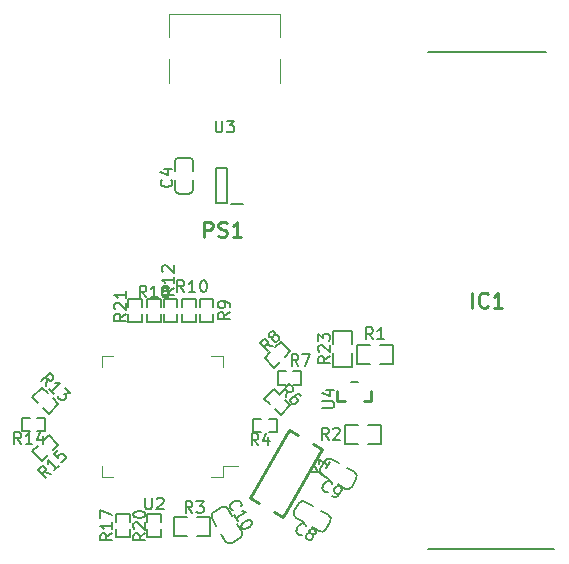
<source format=gbr>
%TF.GenerationSoftware,KiCad,Pcbnew,(5.1.8)-1*%
%TF.CreationDate,2021-05-09T22:55:32+08:00*%
%TF.ProjectId,ccd_with_stm32,6363645f-7769-4746-985f-73746d33322e,rev?*%
%TF.SameCoordinates,Original*%
%TF.FileFunction,Legend,Top*%
%TF.FilePolarity,Positive*%
%FSLAX46Y46*%
G04 Gerber Fmt 4.6, Leading zero omitted, Abs format (unit mm)*
G04 Created by KiCad (PCBNEW (5.1.8)-1) date 2021-05-09 22:55:32*
%MOMM*%
%LPD*%
G01*
G04 APERTURE LIST*
%ADD10C,0.254000*%
%ADD11C,0.200000*%
%ADD12C,0.120000*%
%ADD13C,0.150000*%
G04 APERTURE END LIST*
D10*
%TO.C,U4*%
X151350000Y-109200000D02*
X150690000Y-109200000D01*
X151350000Y-109200000D02*
X150690000Y-109200000D01*
X151350000Y-109200000D02*
X150690000Y-109200000D01*
X150690000Y-109200000D02*
X150690000Y-108385000D01*
X153610000Y-109200000D02*
X153610000Y-108385000D01*
X153610000Y-109200000D02*
X152950000Y-109200000D01*
D11*
X152450000Y-107650000D02*
X151850000Y-107650000D01*
D10*
%TO.C,Y1*%
X146651859Y-111695466D02*
X143326859Y-117454534D01*
X143326859Y-117454534D02*
X144106282Y-117904534D01*
X146651859Y-111695466D02*
X147431282Y-112145466D01*
X145318718Y-118604534D02*
X146098141Y-119054534D01*
X148643718Y-112845466D02*
X149423141Y-113295466D01*
X149423141Y-113295466D02*
X146098141Y-119054534D01*
D12*
%TO.C,U3*%
X145880000Y-78390000D02*
X145880000Y-76490000D01*
X145880000Y-82290000D02*
X145880000Y-80290000D01*
X136480000Y-78390000D02*
X136480000Y-76490000D01*
X136480000Y-82290000D02*
X136480000Y-80290000D01*
X145880000Y-76490000D02*
X136480000Y-76490000D01*
%TO.C,U2*%
X131740000Y-105440000D02*
X130790000Y-105440000D01*
X130790000Y-105440000D02*
X130790000Y-106390000D01*
X140060000Y-105440000D02*
X141010000Y-105440000D01*
X141010000Y-105440000D02*
X141010000Y-106390000D01*
X131740000Y-115660000D02*
X130790000Y-115660000D01*
X130790000Y-115660000D02*
X130790000Y-114710000D01*
X140060000Y-115660000D02*
X141010000Y-115660000D01*
X141010000Y-115660000D02*
X141010000Y-114710000D01*
X141010000Y-114710000D02*
X142350000Y-114710000D01*
D11*
%TO.C,R23*%
X150360000Y-105200000D02*
X150360000Y-106335000D01*
X150360000Y-103265000D02*
X150360000Y-104400000D01*
X151940000Y-105200000D02*
X151940000Y-106335000D01*
X150360000Y-103265000D02*
X151940000Y-103265000D01*
X150360000Y-106335000D02*
X151940000Y-106335000D01*
X151940000Y-103265000D02*
X151940000Y-104400000D01*
%TO.C,R21*%
X134175000Y-102575000D02*
X133025000Y-102575000D01*
X134175000Y-100625000D02*
X133025000Y-100625000D01*
X133025000Y-102575000D02*
X133025000Y-101900000D01*
X133025000Y-101300000D02*
X133025000Y-100625000D01*
X134175000Y-102575000D02*
X134175000Y-101900000D01*
X134175000Y-101300000D02*
X134175000Y-100625000D01*
%TO.C,R20*%
X134625000Y-118825000D02*
X135775000Y-118825000D01*
X134625000Y-120775000D02*
X135775000Y-120775000D01*
X135775000Y-118825000D02*
X135775000Y-119500000D01*
X135775000Y-120100000D02*
X135775000Y-120775000D01*
X134625000Y-118825000D02*
X134625000Y-119500000D01*
X134625000Y-120100000D02*
X134625000Y-120775000D01*
%TO.C,R18*%
X135775000Y-102575000D02*
X134625000Y-102575000D01*
X135775000Y-100625000D02*
X134625000Y-100625000D01*
X134625000Y-102575000D02*
X134625000Y-101900000D01*
X134625000Y-101300000D02*
X134625000Y-100625000D01*
X135775000Y-102575000D02*
X135775000Y-101900000D01*
X135775000Y-101300000D02*
X135775000Y-100625000D01*
%TO.C,R17*%
X132025000Y-118825000D02*
X133175000Y-118825000D01*
X132025000Y-120775000D02*
X133175000Y-120775000D01*
X133175000Y-118825000D02*
X133175000Y-119500000D01*
X133175000Y-120100000D02*
X133175000Y-120775000D01*
X132025000Y-118825000D02*
X132025000Y-119500000D01*
X132025000Y-120100000D02*
X132025000Y-120775000D01*
%TO.C,R15*%
X126282843Y-112103984D02*
X127096016Y-112917157D01*
X124903984Y-113482843D02*
X125717157Y-114296016D01*
X127096016Y-112917157D02*
X126618718Y-113394454D01*
X126194454Y-113818718D02*
X125717157Y-114296016D01*
X126282843Y-112103984D02*
X125805546Y-112581282D01*
X125381282Y-113005546D02*
X124903984Y-113482843D01*
%TO.C,R14*%
X125975000Y-110625000D02*
X125975000Y-111775000D01*
X124025000Y-110625000D02*
X124025000Y-111775000D01*
X125975000Y-111775000D02*
X125300000Y-111775000D01*
X124700000Y-111775000D02*
X124025000Y-111775000D01*
X125975000Y-110625000D02*
X125300000Y-110625000D01*
X124700000Y-110625000D02*
X124025000Y-110625000D01*
%TO.C,R13*%
X127096016Y-109482843D02*
X126282843Y-110296016D01*
X125717157Y-108103984D02*
X124903984Y-108917157D01*
X126282843Y-110296016D02*
X125805546Y-109818718D01*
X125381282Y-109394454D02*
X124903984Y-108917157D01*
X127096016Y-109482843D02*
X126618718Y-109005546D01*
X126194454Y-108581282D02*
X125717157Y-108103984D01*
%TO.C,R12*%
X137175000Y-102575000D02*
X136025000Y-102575000D01*
X137175000Y-100625000D02*
X136025000Y-100625000D01*
X136025000Y-102575000D02*
X136025000Y-101900000D01*
X136025000Y-101300000D02*
X136025000Y-100625000D01*
X137175000Y-102575000D02*
X137175000Y-101900000D01*
X137175000Y-101300000D02*
X137175000Y-100625000D01*
%TO.C,R10*%
X138725000Y-102525000D02*
X137575000Y-102525000D01*
X138725000Y-100575000D02*
X137575000Y-100575000D01*
X137575000Y-102525000D02*
X137575000Y-101850000D01*
X137575000Y-101250000D02*
X137575000Y-100575000D01*
X138725000Y-102525000D02*
X138725000Y-101850000D01*
X138725000Y-101250000D02*
X138725000Y-100575000D01*
%TO.C,R9*%
X140225000Y-102525000D02*
X139075000Y-102525000D01*
X140225000Y-100575000D02*
X139075000Y-100575000D01*
X139075000Y-102525000D02*
X139075000Y-101850000D01*
X139075000Y-101250000D02*
X139075000Y-100575000D01*
X140225000Y-102525000D02*
X140225000Y-101850000D01*
X140225000Y-101250000D02*
X140225000Y-100575000D01*
%TO.C,R8*%
X145386328Y-106400785D02*
X144559088Y-105601928D01*
X146740912Y-104998072D02*
X145913672Y-104199215D01*
X144559088Y-105601928D02*
X145027982Y-105116373D01*
X145444777Y-104684769D02*
X145913672Y-104199215D01*
X145386328Y-106400785D02*
X145855223Y-105915231D01*
X146272018Y-105483627D02*
X146740912Y-104998072D01*
%TO.C,R7*%
X145675000Y-107875000D02*
X145675000Y-106725000D01*
X147625000Y-107875000D02*
X147625000Y-106725000D01*
X145675000Y-106725000D02*
X146350000Y-106725000D01*
X146950000Y-106725000D02*
X147625000Y-106725000D01*
X145675000Y-107875000D02*
X146350000Y-107875000D01*
X146950000Y-107875000D02*
X147625000Y-107875000D01*
%TO.C,R6*%
X144553984Y-109017157D02*
X145367157Y-108203984D01*
X145932843Y-110396016D02*
X146746016Y-109582843D01*
X145367157Y-108203984D02*
X145844454Y-108681282D01*
X146268718Y-109105546D02*
X146746016Y-109582843D01*
X144553984Y-109017157D02*
X145031282Y-109494454D01*
X145455546Y-109918718D02*
X145932843Y-110396016D01*
%TO.C,R4*%
X145575000Y-110725000D02*
X145575000Y-111875000D01*
X143625000Y-110725000D02*
X143625000Y-111875000D01*
X145575000Y-111875000D02*
X144900000Y-111875000D01*
X144300000Y-111875000D02*
X143625000Y-111875000D01*
X145575000Y-110725000D02*
X144900000Y-110725000D01*
X144300000Y-110725000D02*
X143625000Y-110725000D01*
%TO.C,R3*%
X138020000Y-119070000D02*
X136885000Y-119070000D01*
X139955000Y-119070000D02*
X138820000Y-119070000D01*
X138020000Y-120650000D02*
X136885000Y-120650000D01*
X139955000Y-119070000D02*
X139955000Y-120650000D01*
X136885000Y-119070000D02*
X136885000Y-120650000D01*
X139955000Y-120650000D02*
X138820000Y-120650000D01*
%TO.C,R2*%
X153300000Y-112840000D02*
X154435000Y-112840000D01*
X151365000Y-112840000D02*
X152500000Y-112840000D01*
X153300000Y-111260000D02*
X154435000Y-111260000D01*
X151365000Y-112840000D02*
X151365000Y-111260000D01*
X154435000Y-112840000D02*
X154435000Y-111260000D01*
X151365000Y-111260000D02*
X152500000Y-111260000D01*
%TO.C,R1*%
X153500000Y-104510000D02*
X152365000Y-104510000D01*
X155435000Y-104510000D02*
X154300000Y-104510000D01*
X153500000Y-106090000D02*
X152365000Y-106090000D01*
X155435000Y-104510000D02*
X155435000Y-106090000D01*
X152365000Y-104510000D02*
X152365000Y-106090000D01*
X155435000Y-106090000D02*
X154300000Y-106090000D01*
%TO.C,PS1*%
X142740000Y-92550000D02*
X141740000Y-92550000D01*
X141390000Y-89475000D02*
X141390000Y-92425000D01*
X140490000Y-89475000D02*
X141390000Y-89475000D01*
X140490000Y-92425000D02*
X140490000Y-89475000D01*
X141390000Y-92425000D02*
X140490000Y-92425000D01*
%TO.C,IC1*%
X168355000Y-79690000D02*
X158405000Y-79690000D01*
X169070000Y-121790000D02*
X158405000Y-121790000D01*
%TO.C,C10*%
X142611660Y-120317939D02*
G75*
G02*
X142465250Y-120864349I-346410J-200000D01*
G01*
X141789750Y-121254349D02*
G75*
G02*
X141243340Y-121107939I-200000J346410D01*
G01*
X140108340Y-119142061D02*
G75*
G02*
X140254750Y-118595651I346410J200000D01*
G01*
X140930250Y-118205651D02*
G75*
G02*
X141476660Y-118352061I200000J-346410D01*
G01*
X140108340Y-119142061D02*
X140475840Y-119778590D01*
X140875840Y-120471410D02*
X141243340Y-121107939D01*
X142244160Y-119681410D02*
X142611660Y-120317939D01*
X140254750Y-118595651D02*
X140930250Y-118205651D01*
X141789750Y-121254349D02*
X142465250Y-120864349D01*
X141476660Y-118352061D02*
X141844160Y-118988590D01*
%TO.C,C9*%
X149422061Y-115501660D02*
G75*
G02*
X149275651Y-114955250I200000J346410D01*
G01*
X149665651Y-114279750D02*
G75*
G02*
X150212061Y-114133340I346410J-200000D01*
G01*
X152177939Y-115268340D02*
G75*
G02*
X152324349Y-115814750I-200000J-346410D01*
G01*
X151934349Y-116490250D02*
G75*
G02*
X151387939Y-116636660I-346410J200000D01*
G01*
X152177939Y-115268340D02*
X151541410Y-114900840D01*
X150848590Y-114500840D02*
X150212061Y-114133340D01*
X150058590Y-115869160D02*
X149422061Y-115501660D01*
X152324349Y-115814750D02*
X151934349Y-116490250D01*
X149665651Y-114279750D02*
X149275651Y-114955250D01*
X151387939Y-116636660D02*
X150751410Y-116269160D01*
%TO.C,C8*%
X147222061Y-119116660D02*
G75*
G02*
X147075651Y-118570250I200000J346410D01*
G01*
X147465651Y-117894750D02*
G75*
G02*
X148012061Y-117748340I346410J-200000D01*
G01*
X149977939Y-118883340D02*
G75*
G02*
X150124349Y-119429750I-200000J-346410D01*
G01*
X149734349Y-120105250D02*
G75*
G02*
X149187939Y-120251660I-346410J200000D01*
G01*
X149977939Y-118883340D02*
X149341410Y-118515840D01*
X148648590Y-118115840D02*
X148012061Y-117748340D01*
X147858590Y-119484160D02*
X147222061Y-119116660D01*
X150124349Y-119429750D02*
X149734349Y-120105250D01*
X147465651Y-117894750D02*
X147075651Y-118570250D01*
X149187939Y-120251660D02*
X148551410Y-119884160D01*
%TO.C,C4*%
X136950000Y-89015000D02*
G75*
G02*
X137350000Y-88615000I400000J0D01*
G01*
X138130000Y-88615000D02*
G75*
G02*
X138530000Y-89015000I0J-400000D01*
G01*
X138530000Y-91285000D02*
G75*
G02*
X138130000Y-91685000I-400000J0D01*
G01*
X137350000Y-91685000D02*
G75*
G02*
X136950000Y-91285000I0J400000D01*
G01*
X138530000Y-91285000D02*
X138530000Y-90550000D01*
X138530000Y-89750000D02*
X138530000Y-89015000D01*
X136950000Y-89750000D02*
X136950000Y-89015000D01*
X138130000Y-91685000D02*
X137350000Y-91685000D01*
X138130000Y-88615000D02*
X137350000Y-88615000D01*
X136950000Y-91285000D02*
X136950000Y-90550000D01*
%TO.C,U4*%
D13*
X149466104Y-109812123D02*
X150275628Y-109812123D01*
X150370866Y-109764504D01*
X150418485Y-109716885D01*
X150466104Y-109621647D01*
X150466104Y-109431171D01*
X150418485Y-109335933D01*
X150370866Y-109288314D01*
X150275628Y-109240695D01*
X149466104Y-109240695D01*
X149799438Y-108335933D02*
X150466104Y-108335933D01*
X149418485Y-108574028D02*
X150132771Y-108812123D01*
X150132771Y-108193076D01*
%TO.C,Y1*%
X149075407Y-115202690D02*
X149487800Y-115440785D01*
X148455108Y-115229460D02*
X149075407Y-115202690D01*
X148788441Y-114652110D01*
X150083038Y-114409802D02*
X149797323Y-114904674D01*
X149940181Y-114657238D02*
X149074155Y-114157238D01*
X149150254Y-114311145D01*
X149185114Y-114441243D01*
X149178734Y-114547531D01*
%TO.C,U3*%
X140418095Y-85487380D02*
X140418095Y-86296904D01*
X140465714Y-86392142D01*
X140513333Y-86439761D01*
X140608571Y-86487380D01*
X140799047Y-86487380D01*
X140894285Y-86439761D01*
X140941904Y-86392142D01*
X140989523Y-86296904D01*
X140989523Y-85487380D01*
X141370476Y-85487380D02*
X141989523Y-85487380D01*
X141656190Y-85868333D01*
X141799047Y-85868333D01*
X141894285Y-85915952D01*
X141941904Y-85963571D01*
X141989523Y-86058809D01*
X141989523Y-86296904D01*
X141941904Y-86392142D01*
X141894285Y-86439761D01*
X141799047Y-86487380D01*
X141513333Y-86487380D01*
X141418095Y-86439761D01*
X141370476Y-86392142D01*
%TO.C,U2*%
X134438095Y-117402380D02*
X134438095Y-118211904D01*
X134485714Y-118307142D01*
X134533333Y-118354761D01*
X134628571Y-118402380D01*
X134819047Y-118402380D01*
X134914285Y-118354761D01*
X134961904Y-118307142D01*
X135009523Y-118211904D01*
X135009523Y-117402380D01*
X135438095Y-117497619D02*
X135485714Y-117450000D01*
X135580952Y-117402380D01*
X135819047Y-117402380D01*
X135914285Y-117450000D01*
X135961904Y-117497619D01*
X136009523Y-117592857D01*
X136009523Y-117688095D01*
X135961904Y-117830952D01*
X135390476Y-118402380D01*
X136009523Y-118402380D01*
%TO.C,R23*%
X150102380Y-105442857D02*
X149626190Y-105776190D01*
X150102380Y-106014285D02*
X149102380Y-106014285D01*
X149102380Y-105633333D01*
X149150000Y-105538095D01*
X149197619Y-105490476D01*
X149292857Y-105442857D01*
X149435714Y-105442857D01*
X149530952Y-105490476D01*
X149578571Y-105538095D01*
X149626190Y-105633333D01*
X149626190Y-106014285D01*
X149197619Y-105061904D02*
X149150000Y-105014285D01*
X149102380Y-104919047D01*
X149102380Y-104680952D01*
X149150000Y-104585714D01*
X149197619Y-104538095D01*
X149292857Y-104490476D01*
X149388095Y-104490476D01*
X149530952Y-104538095D01*
X150102380Y-105109523D01*
X150102380Y-104490476D01*
X149102380Y-104157142D02*
X149102380Y-103538095D01*
X149483333Y-103871428D01*
X149483333Y-103728571D01*
X149530952Y-103633333D01*
X149578571Y-103585714D01*
X149673809Y-103538095D01*
X149911904Y-103538095D01*
X150007142Y-103585714D01*
X150054761Y-103633333D01*
X150102380Y-103728571D01*
X150102380Y-104014285D01*
X150054761Y-104109523D01*
X150007142Y-104157142D01*
%TO.C,R21*%
X132828104Y-101841476D02*
X132351914Y-102174809D01*
X132828104Y-102412904D02*
X131828104Y-102412904D01*
X131828104Y-102031952D01*
X131875724Y-101936714D01*
X131923343Y-101889095D01*
X132018581Y-101841476D01*
X132161438Y-101841476D01*
X132256676Y-101889095D01*
X132304295Y-101936714D01*
X132351914Y-102031952D01*
X132351914Y-102412904D01*
X131923343Y-101460523D02*
X131875724Y-101412904D01*
X131828104Y-101317666D01*
X131828104Y-101079571D01*
X131875724Y-100984333D01*
X131923343Y-100936714D01*
X132018581Y-100889095D01*
X132113819Y-100889095D01*
X132256676Y-100936714D01*
X132828104Y-101508142D01*
X132828104Y-100889095D01*
X132828104Y-99936714D02*
X132828104Y-100508142D01*
X132828104Y-100222428D02*
X131828104Y-100222428D01*
X131970962Y-100317666D01*
X132066200Y-100412904D01*
X132113819Y-100508142D01*
%TO.C,R20*%
X134452380Y-120442857D02*
X133976190Y-120776190D01*
X134452380Y-121014285D02*
X133452380Y-121014285D01*
X133452380Y-120633333D01*
X133500000Y-120538095D01*
X133547619Y-120490476D01*
X133642857Y-120442857D01*
X133785714Y-120442857D01*
X133880952Y-120490476D01*
X133928571Y-120538095D01*
X133976190Y-120633333D01*
X133976190Y-121014285D01*
X133547619Y-120061904D02*
X133500000Y-120014285D01*
X133452380Y-119919047D01*
X133452380Y-119680952D01*
X133500000Y-119585714D01*
X133547619Y-119538095D01*
X133642857Y-119490476D01*
X133738095Y-119490476D01*
X133880952Y-119538095D01*
X134452380Y-120109523D01*
X134452380Y-119490476D01*
X133452380Y-118871428D02*
X133452380Y-118776190D01*
X133500000Y-118680952D01*
X133547619Y-118633333D01*
X133642857Y-118585714D01*
X133833333Y-118538095D01*
X134071428Y-118538095D01*
X134261904Y-118585714D01*
X134357142Y-118633333D01*
X134404761Y-118680952D01*
X134452380Y-118776190D01*
X134452380Y-118871428D01*
X134404761Y-118966666D01*
X134357142Y-119014285D01*
X134261904Y-119061904D01*
X134071428Y-119109523D01*
X133833333Y-119109523D01*
X133642857Y-119061904D01*
X133547619Y-119014285D01*
X133500000Y-118966666D01*
X133452380Y-118871428D01*
%TO.C,R18*%
X134557142Y-100452380D02*
X134223809Y-99976190D01*
X133985714Y-100452380D02*
X133985714Y-99452380D01*
X134366666Y-99452380D01*
X134461904Y-99500000D01*
X134509523Y-99547619D01*
X134557142Y-99642857D01*
X134557142Y-99785714D01*
X134509523Y-99880952D01*
X134461904Y-99928571D01*
X134366666Y-99976190D01*
X133985714Y-99976190D01*
X135509523Y-100452380D02*
X134938095Y-100452380D01*
X135223809Y-100452380D02*
X135223809Y-99452380D01*
X135128571Y-99595238D01*
X135033333Y-99690476D01*
X134938095Y-99738095D01*
X136080952Y-99880952D02*
X135985714Y-99833333D01*
X135938095Y-99785714D01*
X135890476Y-99690476D01*
X135890476Y-99642857D01*
X135938095Y-99547619D01*
X135985714Y-99500000D01*
X136080952Y-99452380D01*
X136271428Y-99452380D01*
X136366666Y-99500000D01*
X136414285Y-99547619D01*
X136461904Y-99642857D01*
X136461904Y-99690476D01*
X136414285Y-99785714D01*
X136366666Y-99833333D01*
X136271428Y-99880952D01*
X136080952Y-99880952D01*
X135985714Y-99928571D01*
X135938095Y-99976190D01*
X135890476Y-100071428D01*
X135890476Y-100261904D01*
X135938095Y-100357142D01*
X135985714Y-100404761D01*
X136080952Y-100452380D01*
X136271428Y-100452380D01*
X136366666Y-100404761D01*
X136414285Y-100357142D01*
X136461904Y-100261904D01*
X136461904Y-100071428D01*
X136414285Y-99976190D01*
X136366666Y-99928571D01*
X136271428Y-99880952D01*
%TO.C,R17*%
X131652380Y-120442857D02*
X131176190Y-120776190D01*
X131652380Y-121014285D02*
X130652380Y-121014285D01*
X130652380Y-120633333D01*
X130700000Y-120538095D01*
X130747619Y-120490476D01*
X130842857Y-120442857D01*
X130985714Y-120442857D01*
X131080952Y-120490476D01*
X131128571Y-120538095D01*
X131176190Y-120633333D01*
X131176190Y-121014285D01*
X131652380Y-119490476D02*
X131652380Y-120061904D01*
X131652380Y-119776190D02*
X130652380Y-119776190D01*
X130795238Y-119871428D01*
X130890476Y-119966666D01*
X130938095Y-120061904D01*
X130652380Y-119157142D02*
X130652380Y-118490476D01*
X131652380Y-118919047D01*
%TO.C,R15*%
X126465313Y-115374450D02*
X125892894Y-115273435D01*
X126061252Y-115778511D02*
X125354146Y-115071404D01*
X125623520Y-114802030D01*
X125724535Y-114768358D01*
X125791878Y-114768358D01*
X125892894Y-114802030D01*
X125993909Y-114903045D01*
X126027581Y-115004061D01*
X126027581Y-115071404D01*
X125993909Y-115172419D01*
X125724535Y-115441793D01*
X127138749Y-114701015D02*
X126734688Y-115105076D01*
X126936718Y-114903045D02*
X126229611Y-114195938D01*
X126263283Y-114364297D01*
X126263283Y-114498984D01*
X126229611Y-114600000D01*
X127071405Y-113354145D02*
X126734688Y-113690862D01*
X127037733Y-114061251D01*
X127037733Y-113993908D01*
X127071405Y-113892893D01*
X127239764Y-113724534D01*
X127340779Y-113690862D01*
X127408123Y-113690862D01*
X127509138Y-113724534D01*
X127677497Y-113892893D01*
X127711168Y-113993908D01*
X127711168Y-114061251D01*
X127677497Y-114162267D01*
X127509138Y-114330625D01*
X127408123Y-114364297D01*
X127340779Y-114364297D01*
%TO.C,R14*%
X123955761Y-112876656D02*
X123622428Y-112400466D01*
X123384333Y-112876656D02*
X123384333Y-111876656D01*
X123765285Y-111876656D01*
X123860523Y-111924276D01*
X123908142Y-111971895D01*
X123955761Y-112067133D01*
X123955761Y-112209990D01*
X123908142Y-112305228D01*
X123860523Y-112352847D01*
X123765285Y-112400466D01*
X123384333Y-112400466D01*
X124908142Y-112876656D02*
X124336714Y-112876656D01*
X124622428Y-112876656D02*
X124622428Y-111876656D01*
X124527190Y-112019514D01*
X124431952Y-112114752D01*
X124336714Y-112162371D01*
X125765285Y-112209990D02*
X125765285Y-112876656D01*
X125527190Y-111829037D02*
X125289095Y-112543323D01*
X125908142Y-112543323D01*
%TO.C,R13*%
X126074077Y-107933941D02*
X126175092Y-107361522D01*
X125670016Y-107529880D02*
X126377123Y-106822774D01*
X126646497Y-107092148D01*
X126680169Y-107193163D01*
X126680169Y-107260506D01*
X126646497Y-107361522D01*
X126545482Y-107462537D01*
X126444466Y-107496209D01*
X126377123Y-107496209D01*
X126276108Y-107462537D01*
X126006734Y-107193163D01*
X126747512Y-108607377D02*
X126343451Y-108203316D01*
X126545482Y-108405346D02*
X127252589Y-107698239D01*
X127084230Y-107731911D01*
X126949543Y-107731911D01*
X126848528Y-107698239D01*
X127690321Y-108135972D02*
X128128054Y-108573705D01*
X127622978Y-108607377D01*
X127723993Y-108708392D01*
X127757665Y-108809407D01*
X127757665Y-108876751D01*
X127723993Y-108977766D01*
X127555634Y-109146125D01*
X127454619Y-109179796D01*
X127387276Y-109179796D01*
X127286260Y-109146125D01*
X127084230Y-108944094D01*
X127050558Y-108843079D01*
X127050558Y-108775735D01*
%TO.C,R12*%
X136852380Y-99642857D02*
X136376190Y-99976190D01*
X136852380Y-100214285D02*
X135852380Y-100214285D01*
X135852380Y-99833333D01*
X135900000Y-99738095D01*
X135947619Y-99690476D01*
X136042857Y-99642857D01*
X136185714Y-99642857D01*
X136280952Y-99690476D01*
X136328571Y-99738095D01*
X136376190Y-99833333D01*
X136376190Y-100214285D01*
X136852380Y-98690476D02*
X136852380Y-99261904D01*
X136852380Y-98976190D02*
X135852380Y-98976190D01*
X135995238Y-99071428D01*
X136090476Y-99166666D01*
X136138095Y-99261904D01*
X135947619Y-98309523D02*
X135900000Y-98261904D01*
X135852380Y-98166666D01*
X135852380Y-97928571D01*
X135900000Y-97833333D01*
X135947619Y-97785714D01*
X136042857Y-97738095D01*
X136138095Y-97738095D01*
X136280952Y-97785714D01*
X136852380Y-98357142D01*
X136852380Y-97738095D01*
%TO.C,R10*%
X137757142Y-100002380D02*
X137423809Y-99526190D01*
X137185714Y-100002380D02*
X137185714Y-99002380D01*
X137566666Y-99002380D01*
X137661904Y-99050000D01*
X137709523Y-99097619D01*
X137757142Y-99192857D01*
X137757142Y-99335714D01*
X137709523Y-99430952D01*
X137661904Y-99478571D01*
X137566666Y-99526190D01*
X137185714Y-99526190D01*
X138709523Y-100002380D02*
X138138095Y-100002380D01*
X138423809Y-100002380D02*
X138423809Y-99002380D01*
X138328571Y-99145238D01*
X138233333Y-99240476D01*
X138138095Y-99288095D01*
X139328571Y-99002380D02*
X139423809Y-99002380D01*
X139519047Y-99050000D01*
X139566666Y-99097619D01*
X139614285Y-99192857D01*
X139661904Y-99383333D01*
X139661904Y-99621428D01*
X139614285Y-99811904D01*
X139566666Y-99907142D01*
X139519047Y-99954761D01*
X139423809Y-100002380D01*
X139328571Y-100002380D01*
X139233333Y-99954761D01*
X139185714Y-99907142D01*
X139138095Y-99811904D01*
X139090476Y-99621428D01*
X139090476Y-99383333D01*
X139138095Y-99192857D01*
X139185714Y-99097619D01*
X139233333Y-99050000D01*
X139328571Y-99002380D01*
%TO.C,R9*%
X141602380Y-101716666D02*
X141126190Y-102050000D01*
X141602380Y-102288095D02*
X140602380Y-102288095D01*
X140602380Y-101907142D01*
X140650000Y-101811904D01*
X140697619Y-101764285D01*
X140792857Y-101716666D01*
X140935714Y-101716666D01*
X141030952Y-101764285D01*
X141078571Y-101811904D01*
X141126190Y-101907142D01*
X141126190Y-102288095D01*
X141602380Y-101240476D02*
X141602380Y-101050000D01*
X141554761Y-100954761D01*
X141507142Y-100907142D01*
X141364285Y-100811904D01*
X141173809Y-100764285D01*
X140792857Y-100764285D01*
X140697619Y-100811904D01*
X140650000Y-100859523D01*
X140602380Y-100954761D01*
X140602380Y-101145238D01*
X140650000Y-101240476D01*
X140697619Y-101288095D01*
X140792857Y-101335714D01*
X141030952Y-101335714D01*
X141126190Y-101288095D01*
X141173809Y-101240476D01*
X141221428Y-101145238D01*
X141221428Y-100954761D01*
X141173809Y-100859523D01*
X141126190Y-100811904D01*
X141030952Y-100764285D01*
%TO.C,R8*%
X145257791Y-104594957D02*
X144683695Y-104503947D01*
X144860843Y-105006008D02*
X144141503Y-104311350D01*
X144406135Y-104037315D01*
X144506547Y-104001886D01*
X144573881Y-104000711D01*
X144675468Y-104032614D01*
X144778231Y-104131851D01*
X144813660Y-104232263D01*
X144814836Y-104299597D01*
X144782932Y-104401184D01*
X144518300Y-104675218D01*
X145243687Y-103786958D02*
X145143275Y-103822387D01*
X145075942Y-103823563D01*
X144974354Y-103791659D01*
X144940100Y-103758580D01*
X144904670Y-103658168D01*
X144903495Y-103590835D01*
X144935399Y-103489247D01*
X145067714Y-103352230D01*
X145168127Y-103316800D01*
X145235460Y-103315625D01*
X145337047Y-103347529D01*
X145371302Y-103380608D01*
X145406731Y-103481020D01*
X145407907Y-103548353D01*
X145376003Y-103649941D01*
X145243687Y-103786958D01*
X145211783Y-103888545D01*
X145212959Y-103955878D01*
X145248388Y-104056291D01*
X145385405Y-104188607D01*
X145486993Y-104220510D01*
X145554326Y-104219335D01*
X145654738Y-104183905D01*
X145787054Y-104046888D01*
X145818958Y-103945301D01*
X145817783Y-103877967D01*
X145782353Y-103777555D01*
X145645336Y-103645239D01*
X145543748Y-103613336D01*
X145476415Y-103614511D01*
X145376003Y-103649941D01*
%TO.C,R7*%
X147433333Y-106252380D02*
X147100000Y-105776190D01*
X146861904Y-106252380D02*
X146861904Y-105252380D01*
X147242857Y-105252380D01*
X147338095Y-105300000D01*
X147385714Y-105347619D01*
X147433333Y-105442857D01*
X147433333Y-105585714D01*
X147385714Y-105680952D01*
X147338095Y-105728571D01*
X147242857Y-105776190D01*
X146861904Y-105776190D01*
X147766666Y-105252380D02*
X148433333Y-105252380D01*
X148004761Y-106252380D01*
%TO.C,R6*%
X146361780Y-108920155D02*
X146462795Y-108347735D01*
X145957719Y-108516094D02*
X146664825Y-107808987D01*
X146934200Y-108078361D01*
X146967871Y-108179376D01*
X146967871Y-108246720D01*
X146934200Y-108347735D01*
X146833184Y-108448750D01*
X146732169Y-108482422D01*
X146664825Y-108482422D01*
X146563810Y-108448750D01*
X146294436Y-108179376D01*
X147674978Y-108819140D02*
X147540291Y-108684453D01*
X147439276Y-108650781D01*
X147371932Y-108650781D01*
X147203574Y-108684453D01*
X147035215Y-108785468D01*
X146765841Y-109054842D01*
X146732169Y-109155857D01*
X146732169Y-109223201D01*
X146765841Y-109324216D01*
X146900528Y-109458903D01*
X147001543Y-109492575D01*
X147068887Y-109492575D01*
X147169902Y-109458903D01*
X147338261Y-109290544D01*
X147371932Y-109189529D01*
X147371932Y-109122186D01*
X147338261Y-109021170D01*
X147203574Y-108886483D01*
X147102558Y-108852812D01*
X147035215Y-108852812D01*
X146934200Y-108886483D01*
%TO.C,R4*%
X144031952Y-112976656D02*
X143698619Y-112500466D01*
X143460523Y-112976656D02*
X143460523Y-111976656D01*
X143841476Y-111976656D01*
X143936714Y-112024276D01*
X143984333Y-112071895D01*
X144031952Y-112167133D01*
X144031952Y-112309990D01*
X143984333Y-112405228D01*
X143936714Y-112452847D01*
X143841476Y-112500466D01*
X143460523Y-112500466D01*
X144889095Y-112309990D02*
X144889095Y-112976656D01*
X144650999Y-111929037D02*
X144412904Y-112643323D01*
X145031952Y-112643323D01*
%TO.C,R3*%
X138453333Y-118712380D02*
X138120000Y-118236190D01*
X137881904Y-118712380D02*
X137881904Y-117712380D01*
X138262857Y-117712380D01*
X138358095Y-117760000D01*
X138405714Y-117807619D01*
X138453333Y-117902857D01*
X138453333Y-118045714D01*
X138405714Y-118140952D01*
X138358095Y-118188571D01*
X138262857Y-118236190D01*
X137881904Y-118236190D01*
X138786666Y-117712380D02*
X139405714Y-117712380D01*
X139072380Y-118093333D01*
X139215238Y-118093333D01*
X139310476Y-118140952D01*
X139358095Y-118188571D01*
X139405714Y-118283809D01*
X139405714Y-118521904D01*
X139358095Y-118617142D01*
X139310476Y-118664761D01*
X139215238Y-118712380D01*
X138929523Y-118712380D01*
X138834285Y-118664761D01*
X138786666Y-118617142D01*
%TO.C,R2*%
X149983333Y-112502380D02*
X149650000Y-112026190D01*
X149411904Y-112502380D02*
X149411904Y-111502380D01*
X149792857Y-111502380D01*
X149888095Y-111550000D01*
X149935714Y-111597619D01*
X149983333Y-111692857D01*
X149983333Y-111835714D01*
X149935714Y-111930952D01*
X149888095Y-111978571D01*
X149792857Y-112026190D01*
X149411904Y-112026190D01*
X150364285Y-111597619D02*
X150411904Y-111550000D01*
X150507142Y-111502380D01*
X150745238Y-111502380D01*
X150840476Y-111550000D01*
X150888095Y-111597619D01*
X150935714Y-111692857D01*
X150935714Y-111788095D01*
X150888095Y-111930952D01*
X150316666Y-112502380D01*
X150935714Y-112502380D01*
%TO.C,R1*%
X153733333Y-104002380D02*
X153400000Y-103526190D01*
X153161904Y-104002380D02*
X153161904Y-103002380D01*
X153542857Y-103002380D01*
X153638095Y-103050000D01*
X153685714Y-103097619D01*
X153733333Y-103192857D01*
X153733333Y-103335714D01*
X153685714Y-103430952D01*
X153638095Y-103478571D01*
X153542857Y-103526190D01*
X153161904Y-103526190D01*
X154685714Y-104002380D02*
X154114285Y-104002380D01*
X154400000Y-104002380D02*
X154400000Y-103002380D01*
X154304761Y-103145238D01*
X154209523Y-103240476D01*
X154114285Y-103288095D01*
%TO.C,PS1*%
D10*
X139447857Y-95324523D02*
X139447857Y-94054523D01*
X139931666Y-94054523D01*
X140052619Y-94115000D01*
X140113095Y-94175476D01*
X140173571Y-94296428D01*
X140173571Y-94477857D01*
X140113095Y-94598809D01*
X140052619Y-94659285D01*
X139931666Y-94719761D01*
X139447857Y-94719761D01*
X140657380Y-95264047D02*
X140838809Y-95324523D01*
X141141190Y-95324523D01*
X141262142Y-95264047D01*
X141322619Y-95203571D01*
X141383095Y-95082619D01*
X141383095Y-94961666D01*
X141322619Y-94840714D01*
X141262142Y-94780238D01*
X141141190Y-94719761D01*
X140899285Y-94659285D01*
X140778333Y-94598809D01*
X140717857Y-94538333D01*
X140657380Y-94417380D01*
X140657380Y-94296428D01*
X140717857Y-94175476D01*
X140778333Y-94115000D01*
X140899285Y-94054523D01*
X141201666Y-94054523D01*
X141383095Y-94115000D01*
X142592619Y-95324523D02*
X141866904Y-95324523D01*
X142229761Y-95324523D02*
X142229761Y-94054523D01*
X142108809Y-94235952D01*
X141987857Y-94356904D01*
X141866904Y-94417380D01*
%TO.C,IC1*%
X162140238Y-101314523D02*
X162140238Y-100044523D01*
X163470714Y-101193571D02*
X163410238Y-101254047D01*
X163228809Y-101314523D01*
X163107857Y-101314523D01*
X162926428Y-101254047D01*
X162805476Y-101133095D01*
X162745000Y-101012142D01*
X162684523Y-100770238D01*
X162684523Y-100588809D01*
X162745000Y-100346904D01*
X162805476Y-100225952D01*
X162926428Y-100105000D01*
X163107857Y-100044523D01*
X163228809Y-100044523D01*
X163410238Y-100105000D01*
X163470714Y-100165476D01*
X164680238Y-101314523D02*
X163954523Y-101314523D01*
X164317380Y-101314523D02*
X164317380Y-100044523D01*
X164196428Y-100225952D01*
X164075476Y-100346904D01*
X163954523Y-100407380D01*
%TO.C,C10*%
D13*
X141896416Y-118494834D02*
X141831367Y-118477405D01*
X141718699Y-118377496D01*
X141671080Y-118295018D01*
X141640891Y-118147490D01*
X141675751Y-118017392D01*
X141734420Y-117928534D01*
X141875567Y-117792057D01*
X141999285Y-117720628D01*
X142188052Y-117666629D01*
X142294340Y-117660250D01*
X142424438Y-117695109D01*
X142537106Y-117795018D01*
X142584725Y-117877496D01*
X142614914Y-118025024D01*
X142597484Y-118090072D01*
X142290128Y-119367239D02*
X142004414Y-118872368D01*
X142147271Y-119119804D02*
X143013296Y-118619804D01*
X142841959Y-118608754D01*
X142711862Y-118573894D01*
X142623003Y-118515225D01*
X143465677Y-119403350D02*
X143513296Y-119485829D01*
X143519676Y-119592117D01*
X143502246Y-119657166D01*
X143443577Y-119746024D01*
X143302429Y-119882502D01*
X143096233Y-120001549D01*
X142907466Y-120055548D01*
X142801178Y-120061928D01*
X142736129Y-120044498D01*
X142647271Y-119985829D01*
X142599652Y-119903350D01*
X142593272Y-119797062D01*
X142610702Y-119732013D01*
X142669371Y-119643155D01*
X142810519Y-119506678D01*
X143016715Y-119387630D01*
X143205482Y-119333631D01*
X143311770Y-119327252D01*
X143376819Y-119344681D01*
X143465677Y-119403350D01*
%TO.C,C9*%
X149894821Y-116936720D02*
X149829772Y-116954150D01*
X149682244Y-116923960D01*
X149599766Y-116876341D01*
X149499857Y-116763674D01*
X149464998Y-116633576D01*
X149471377Y-116527288D01*
X149525376Y-116338521D01*
X149596805Y-116214803D01*
X149733282Y-116073655D01*
X149822141Y-116014986D01*
X149952238Y-115980127D01*
X150099766Y-116010316D01*
X150182244Y-116057935D01*
X150282153Y-116170603D01*
X150299582Y-116235652D01*
X150259595Y-117257294D02*
X150424552Y-117352532D01*
X150530840Y-117358912D01*
X150595889Y-117341482D01*
X150749796Y-117265383D01*
X150886273Y-117124235D01*
X151076749Y-116794321D01*
X151083129Y-116688033D01*
X151065699Y-116622984D01*
X151007030Y-116534126D01*
X150842073Y-116438887D01*
X150735785Y-116432508D01*
X150670736Y-116449937D01*
X150581878Y-116508607D01*
X150462830Y-116714803D01*
X150456450Y-116821091D01*
X150473880Y-116886140D01*
X150532549Y-116974998D01*
X150697507Y-117070237D01*
X150803795Y-117076616D01*
X150868843Y-117059186D01*
X150957702Y-117000517D01*
%TO.C,C8*%
X147694821Y-120551720D02*
X147629772Y-120569150D01*
X147482244Y-120538960D01*
X147399766Y-120491341D01*
X147299857Y-120378674D01*
X147264998Y-120248576D01*
X147271377Y-120142288D01*
X147325376Y-119953521D01*
X147396805Y-119829803D01*
X147533282Y-119688655D01*
X147622141Y-119629986D01*
X147752238Y-119595127D01*
X147899766Y-119625316D01*
X147982244Y-119672935D01*
X148082153Y-119785603D01*
X148099582Y-119850652D01*
X148427787Y-120425041D02*
X148369118Y-120336183D01*
X148351689Y-120271134D01*
X148358068Y-120164846D01*
X148381878Y-120123607D01*
X148470736Y-120064937D01*
X148535785Y-120047508D01*
X148642073Y-120053887D01*
X148807030Y-120149126D01*
X148865699Y-120237984D01*
X148883129Y-120303033D01*
X148876749Y-120409321D01*
X148852940Y-120450560D01*
X148764082Y-120509229D01*
X148699033Y-120526659D01*
X148592745Y-120520279D01*
X148427787Y-120425041D01*
X148321499Y-120418661D01*
X148256450Y-120436091D01*
X148167592Y-120494760D01*
X148072354Y-120659718D01*
X148065974Y-120766006D01*
X148083404Y-120831054D01*
X148142073Y-120919913D01*
X148307030Y-121015151D01*
X148413318Y-121021531D01*
X148478367Y-121004101D01*
X148567226Y-120945432D01*
X148662464Y-120780475D01*
X148668843Y-120674186D01*
X148651414Y-120609138D01*
X148592745Y-120520279D01*
%TO.C,C4*%
X136657866Y-90475285D02*
X136705485Y-90522904D01*
X136753104Y-90665761D01*
X136753104Y-90760999D01*
X136705485Y-90903857D01*
X136610247Y-90999095D01*
X136515009Y-91046714D01*
X136324533Y-91094333D01*
X136181676Y-91094333D01*
X135991200Y-91046714D01*
X135895962Y-90999095D01*
X135800724Y-90903857D01*
X135753104Y-90760999D01*
X135753104Y-90665761D01*
X135800724Y-90522904D01*
X135848343Y-90475285D01*
X136086438Y-89618142D02*
X136753104Y-89618142D01*
X135705485Y-89856238D02*
X136419771Y-90094333D01*
X136419771Y-89475285D01*
%TD*%
M02*

</source>
